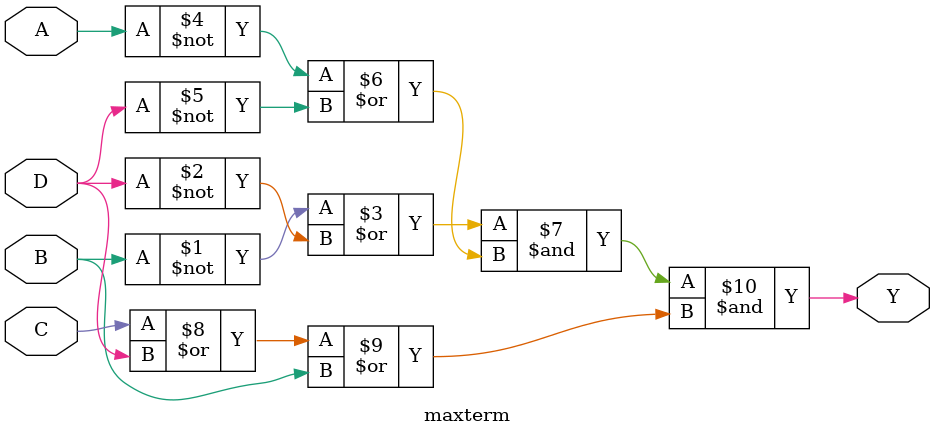
<source format=v>
module maxterm (
    input A, B, C, D,
    output Y
);

assign Y = (~B | ~D) & (~A | ~D) & (C | D | B);// Enter your equation here

endmodule

</source>
